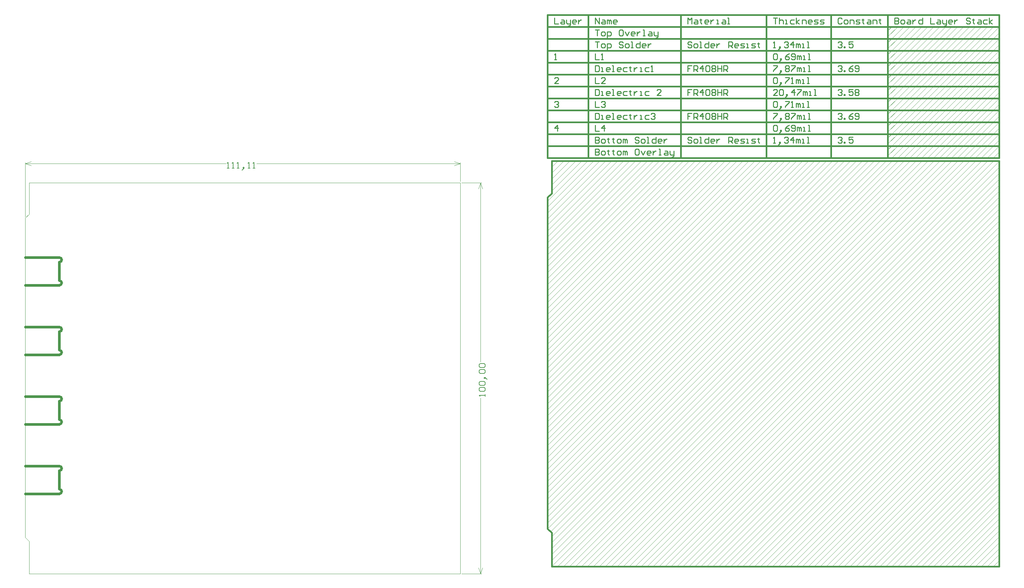
<source format=gm1>
G04*
G04 #@! TF.GenerationSoftware,Altium Limited,Altium Designer,21.1.0 (24)*
G04*
G04 Layer_Color=16711935*
%FSLAX25Y25*%
%MOIN*%
G70*
G04*
G04 #@! TF.SameCoordinates,59D5B773-27E9-4806-B489-B34453608D3F*
G04*
G04*
G04 #@! TF.FilePolarity,Positive*
G04*
G01*
G75*
%ADD12C,0.01000*%
%ADD58C,0.00600*%
%ADD77C,0.02500*%
%ADD78C,0.00100*%
%ADD79C,0.01500*%
%ADD80C,0.00394*%
D12*
X870062Y559847D02*
Y553849D01*
X873061D01*
X874061Y554849D01*
Y555849D01*
X873061Y556848D01*
X870062D01*
X873061D01*
X874061Y557848D01*
Y558848D01*
X873061Y559847D01*
X870062D01*
X877060Y553849D02*
X879059D01*
X880059Y554849D01*
Y556848D01*
X879059Y557848D01*
X877060D01*
X876060Y556848D01*
Y554849D01*
X877060Y553849D01*
X883058Y557848D02*
X885057D01*
X886057Y556848D01*
Y553849D01*
X883058D01*
X882058Y554849D01*
X883058Y555849D01*
X886057D01*
X888056Y557848D02*
Y553849D01*
Y555849D01*
X889056Y556848D01*
X890056Y557848D01*
X891055D01*
X898053Y559847D02*
Y553849D01*
X895054D01*
X894054Y554849D01*
Y556848D01*
X895054Y557848D01*
X898053D01*
X906050Y559847D02*
Y553849D01*
X910049D01*
X913048Y557848D02*
X915047D01*
X916047Y556848D01*
Y553849D01*
X913048D01*
X912049Y554849D01*
X913048Y555849D01*
X916047D01*
X918046Y557848D02*
Y554849D01*
X919046Y553849D01*
X922045D01*
Y552849D01*
X921045Y551850D01*
X920046D01*
X922045Y553849D02*
Y557848D01*
X927044Y553849D02*
X925044D01*
X924045Y554849D01*
Y556848D01*
X925044Y557848D01*
X927044D01*
X928043Y556848D01*
Y555849D01*
X924045D01*
X930043Y557848D02*
Y553849D01*
Y555849D01*
X931042Y556848D01*
X932042Y557848D01*
X933042D01*
X946037Y558848D02*
X945038Y559847D01*
X943038D01*
X942039Y558848D01*
Y557848D01*
X943038Y556848D01*
X945038D01*
X946037Y555849D01*
Y554849D01*
X945038Y553849D01*
X943038D01*
X942039Y554849D01*
X949037Y558848D02*
Y557848D01*
X948037D01*
X950036D01*
X949037D01*
Y554849D01*
X950036Y553849D01*
X954035Y557848D02*
X956034D01*
X957034Y556848D01*
Y553849D01*
X954035D01*
X953035Y554849D01*
X954035Y555849D01*
X957034D01*
X963032Y557848D02*
X960033D01*
X959033Y556848D01*
Y554849D01*
X960033Y553849D01*
X963032D01*
X965031D02*
Y559847D01*
Y555849D02*
X968030Y557848D01*
X965031Y555849D02*
X968030Y553849D01*
X813076Y534848D02*
X814076Y535847D01*
X816075D01*
X817075Y534848D01*
Y533848D01*
X816075Y532848D01*
X815075D01*
X816075D01*
X817075Y531849D01*
Y530849D01*
X816075Y529849D01*
X814076D01*
X813076Y530849D01*
X819074Y529849D02*
Y530849D01*
X820074D01*
Y529849D01*
X819074D01*
X828071Y535847D02*
X824072D01*
Y532848D01*
X826072Y533848D01*
X827071D01*
X828071Y532848D01*
Y530849D01*
X827071Y529849D01*
X825072D01*
X824072Y530849D01*
X813076Y510848D02*
X814076Y511847D01*
X816075D01*
X817075Y510848D01*
Y509848D01*
X816075Y508848D01*
X815075D01*
X816075D01*
X817075Y507849D01*
Y506849D01*
X816075Y505849D01*
X814076D01*
X813076Y506849D01*
X819074Y505849D02*
Y506849D01*
X820074D01*
Y505849D01*
X819074D01*
X828071Y511847D02*
X826072Y510848D01*
X824072Y508848D01*
Y506849D01*
X825072Y505849D01*
X827071D01*
X828071Y506849D01*
Y507849D01*
X827071Y508848D01*
X824072D01*
X830070Y506849D02*
X831070Y505849D01*
X833070D01*
X834069Y506849D01*
Y510848D01*
X833070Y511847D01*
X831070D01*
X830070Y510848D01*
Y509848D01*
X831070Y508848D01*
X834069D01*
X813076Y486848D02*
X814076Y487847D01*
X816075D01*
X817075Y486848D01*
Y485848D01*
X816075Y484848D01*
X815075D01*
X816075D01*
X817075Y483849D01*
Y482849D01*
X816075Y481849D01*
X814076D01*
X813076Y482849D01*
X819074Y481849D02*
Y482849D01*
X820074D01*
Y481849D01*
X819074D01*
X828071Y487847D02*
X824072D01*
Y484848D01*
X826072Y485848D01*
X827071D01*
X828071Y484848D01*
Y482849D01*
X827071Y481849D01*
X825072D01*
X824072Y482849D01*
X830070Y486848D02*
X831070Y487847D01*
X833070D01*
X834069Y486848D01*
Y485848D01*
X833070Y484848D01*
X834069Y483849D01*
Y482849D01*
X833070Y481849D01*
X831070D01*
X830070Y482849D01*
Y483849D01*
X831070Y484848D01*
X830070Y485848D01*
Y486848D01*
X831070Y484848D02*
X833070D01*
X813076Y462848D02*
X814076Y463847D01*
X816075D01*
X817075Y462848D01*
Y461848D01*
X816075Y460848D01*
X815075D01*
X816075D01*
X817075Y459849D01*
Y458849D01*
X816075Y457849D01*
X814076D01*
X813076Y458849D01*
X819074Y457849D02*
Y458849D01*
X820074D01*
Y457849D01*
X819074D01*
X828071Y463847D02*
X826072Y462848D01*
X824072Y460848D01*
Y458849D01*
X825072Y457849D01*
X827071D01*
X828071Y458849D01*
Y459849D01*
X827071Y460848D01*
X824072D01*
X830070Y458849D02*
X831070Y457849D01*
X833070D01*
X834069Y458849D01*
Y462848D01*
X833070Y463847D01*
X831070D01*
X830070Y462848D01*
Y461848D01*
X831070Y460848D01*
X834069D01*
X813076Y438848D02*
X814076Y439847D01*
X816075D01*
X817075Y438848D01*
Y437848D01*
X816075Y436848D01*
X815075D01*
X816075D01*
X817075Y435849D01*
Y434849D01*
X816075Y433849D01*
X814076D01*
X813076Y434849D01*
X819074Y433849D02*
Y434849D01*
X820074D01*
Y433849D01*
X819074D01*
X828071Y439847D02*
X824072D01*
Y436848D01*
X826072Y437848D01*
X827071D01*
X828071Y436848D01*
Y434849D01*
X827071Y433849D01*
X825072D01*
X824072Y434849D01*
X817075Y558848D02*
X816075Y559847D01*
X814076D01*
X813076Y558848D01*
Y554849D01*
X814076Y553849D01*
X816075D01*
X817075Y554849D01*
X820074Y553849D02*
X822073D01*
X823073Y554849D01*
Y556848D01*
X822073Y557848D01*
X820074D01*
X819074Y556848D01*
Y554849D01*
X820074Y553849D01*
X825072D02*
Y557848D01*
X828071D01*
X829071Y556848D01*
Y553849D01*
X831070D02*
X834069D01*
X835069Y554849D01*
X834069Y555849D01*
X832070D01*
X831070Y556848D01*
X832070Y557848D01*
X835069D01*
X838068Y558848D02*
Y557848D01*
X837068D01*
X839067D01*
X838068D01*
Y554849D01*
X839067Y553849D01*
X843066Y557848D02*
X845066D01*
X846065Y556848D01*
Y553849D01*
X843066D01*
X842067Y554849D01*
X843066Y555849D01*
X846065D01*
X848065Y553849D02*
Y557848D01*
X851064D01*
X852063Y556848D01*
Y553849D01*
X855062Y558848D02*
Y557848D01*
X854063D01*
X856062D01*
X855062D01*
Y554849D01*
X856062Y553849D01*
X748092Y529849D02*
X750092D01*
X749092D01*
Y535847D01*
X748092Y534848D01*
X754090Y528850D02*
X755090Y529849D01*
Y530849D01*
X754090D01*
Y529849D01*
X755090D01*
X754090Y528850D01*
X753091Y527850D01*
X759089Y534848D02*
X760089Y535847D01*
X762088D01*
X763088Y534848D01*
Y533848D01*
X762088Y532848D01*
X761088D01*
X762088D01*
X763088Y531849D01*
Y530849D01*
X762088Y529849D01*
X760089D01*
X759089Y530849D01*
X768086Y529849D02*
Y535847D01*
X765087Y532848D01*
X769086D01*
X771085Y529849D02*
Y533848D01*
X772085D01*
X773084Y532848D01*
Y529849D01*
Y532848D01*
X774084Y533848D01*
X775084Y532848D01*
Y529849D01*
X777083D02*
X779082D01*
X778083D01*
Y533848D01*
X777083D01*
X782081Y529849D02*
X784081D01*
X783081D01*
Y535847D01*
X782081D01*
X748092Y522848D02*
X749092Y523847D01*
X751091D01*
X752091Y522848D01*
Y518849D01*
X751091Y517849D01*
X749092D01*
X748092Y518849D01*
Y522848D01*
X755090Y516850D02*
X756090Y517849D01*
Y518849D01*
X755090D01*
Y517849D01*
X756090D01*
X755090Y516850D01*
X754090Y515850D01*
X764087Y523847D02*
X762088Y522848D01*
X760089Y520848D01*
Y518849D01*
X761088Y517849D01*
X763088D01*
X764087Y518849D01*
Y519849D01*
X763088Y520848D01*
X760089D01*
X766087Y518849D02*
X767086Y517849D01*
X769086D01*
X770085Y518849D01*
Y522848D01*
X769086Y523847D01*
X767086D01*
X766087Y522848D01*
Y521848D01*
X767086Y520848D01*
X770085D01*
X772085Y517849D02*
Y521848D01*
X773084D01*
X774084Y520848D01*
Y517849D01*
Y520848D01*
X775084Y521848D01*
X776083Y520848D01*
Y517849D01*
X778083D02*
X780082D01*
X779082D01*
Y521848D01*
X778083D01*
X783081Y517849D02*
X785080D01*
X784081D01*
Y523847D01*
X783081D01*
X748092Y511847D02*
X752091D01*
Y510848D01*
X748092Y506849D01*
Y505849D01*
X755090Y504849D02*
X756090Y505849D01*
Y506849D01*
X755090D01*
Y505849D01*
X756090D01*
X755090Y504849D01*
X754090Y503850D01*
X760089Y510848D02*
X761088Y511847D01*
X763088D01*
X764087Y510848D01*
Y509848D01*
X763088Y508848D01*
X764087Y507849D01*
Y506849D01*
X763088Y505849D01*
X761088D01*
X760089Y506849D01*
Y507849D01*
X761088Y508848D01*
X760089Y509848D01*
Y510848D01*
X761088Y508848D02*
X763088D01*
X766087Y511847D02*
X770085D01*
Y510848D01*
X766087Y506849D01*
Y505849D01*
X772085D02*
Y509848D01*
X773084D01*
X774084Y508848D01*
Y505849D01*
Y508848D01*
X775084Y509848D01*
X776083Y508848D01*
Y505849D01*
X778083D02*
X780082D01*
X779082D01*
Y509848D01*
X778083D01*
X783081Y505849D02*
X785080D01*
X784081D01*
Y511847D01*
X783081D01*
X748092Y498848D02*
X749092Y499847D01*
X751091D01*
X752091Y498848D01*
Y494849D01*
X751091Y493849D01*
X749092D01*
X748092Y494849D01*
Y498848D01*
X755090Y492849D02*
X756090Y493849D01*
Y494849D01*
X755090D01*
Y493849D01*
X756090D01*
X755090Y492849D01*
X754090Y491850D01*
X760089Y499847D02*
X764087D01*
Y498848D01*
X760089Y494849D01*
Y493849D01*
X766087D02*
X768086D01*
X767086D01*
Y499847D01*
X766087Y498848D01*
X771085Y493849D02*
Y497848D01*
X772085D01*
X773084Y496848D01*
Y493849D01*
Y496848D01*
X774084Y497848D01*
X775084Y496848D01*
Y493849D01*
X777083D02*
X779082D01*
X778083D01*
Y497848D01*
X777083D01*
X782081Y493849D02*
X784081D01*
X783081D01*
Y499847D01*
X782081D01*
X752091Y481849D02*
X748092D01*
X752091Y485848D01*
Y486848D01*
X751091Y487847D01*
X749092D01*
X748092Y486848D01*
X754090D02*
X755090Y487847D01*
X757090D01*
X758089Y486848D01*
Y482849D01*
X757090Y481849D01*
X755090D01*
X754090Y482849D01*
Y486848D01*
X761088Y480850D02*
X762088Y481849D01*
Y482849D01*
X761088D01*
Y481849D01*
X762088D01*
X761088Y480850D01*
X760089Y479850D01*
X769086Y481849D02*
Y487847D01*
X766087Y484848D01*
X770085D01*
X772085Y487847D02*
X776083D01*
Y486848D01*
X772085Y482849D01*
Y481849D01*
X778083D02*
Y485848D01*
X779082D01*
X780082Y484848D01*
Y481849D01*
Y484848D01*
X781082Y485848D01*
X782081Y484848D01*
Y481849D01*
X784081D02*
X786080D01*
X785080D01*
Y485848D01*
X784081D01*
X789079Y481849D02*
X791079D01*
X790079D01*
Y487847D01*
X789079D01*
X748092Y474848D02*
X749092Y475847D01*
X751091D01*
X752091Y474848D01*
Y470849D01*
X751091Y469849D01*
X749092D01*
X748092Y470849D01*
Y474848D01*
X755090Y468850D02*
X756090Y469849D01*
Y470849D01*
X755090D01*
Y469849D01*
X756090D01*
X755090Y468850D01*
X754090Y467850D01*
X760089Y475847D02*
X764087D01*
Y474848D01*
X760089Y470849D01*
Y469849D01*
X766087D02*
X768086D01*
X767086D01*
Y475847D01*
X766087Y474848D01*
X771085Y469849D02*
Y473848D01*
X772085D01*
X773084Y472848D01*
Y469849D01*
Y472848D01*
X774084Y473848D01*
X775084Y472848D01*
Y469849D01*
X777083D02*
X779082D01*
X778083D01*
Y473848D01*
X777083D01*
X782081Y469849D02*
X784081D01*
X783081D01*
Y475847D01*
X782081D01*
X748092Y463847D02*
X752091D01*
Y462848D01*
X748092Y458849D01*
Y457849D01*
X755090Y456849D02*
X756090Y457849D01*
Y458849D01*
X755090D01*
Y457849D01*
X756090D01*
X755090Y456849D01*
X754090Y455850D01*
X760089Y462848D02*
X761088Y463847D01*
X763088D01*
X764087Y462848D01*
Y461848D01*
X763088Y460848D01*
X764087Y459849D01*
Y458849D01*
X763088Y457849D01*
X761088D01*
X760089Y458849D01*
Y459849D01*
X761088Y460848D01*
X760089Y461848D01*
Y462848D01*
X761088Y460848D02*
X763088D01*
X766087Y463847D02*
X770085D01*
Y462848D01*
X766087Y458849D01*
Y457849D01*
X772085D02*
Y461848D01*
X773084D01*
X774084Y460848D01*
Y457849D01*
Y460848D01*
X775084Y461848D01*
X776083Y460848D01*
Y457849D01*
X778083D02*
X780082D01*
X779082D01*
Y461848D01*
X778083D01*
X783081Y457849D02*
X785080D01*
X784081D01*
Y463847D01*
X783081D01*
X748092Y450848D02*
X749092Y451847D01*
X751091D01*
X752091Y450848D01*
Y446849D01*
X751091Y445849D01*
X749092D01*
X748092Y446849D01*
Y450848D01*
X755090Y444849D02*
X756090Y445849D01*
Y446849D01*
X755090D01*
Y445849D01*
X756090D01*
X755090Y444849D01*
X754090Y443850D01*
X764087Y451847D02*
X762088Y450848D01*
X760089Y448848D01*
Y446849D01*
X761088Y445849D01*
X763088D01*
X764087Y446849D01*
Y447849D01*
X763088Y448848D01*
X760089D01*
X766087Y446849D02*
X767086Y445849D01*
X769086D01*
X770085Y446849D01*
Y450848D01*
X769086Y451847D01*
X767086D01*
X766087Y450848D01*
Y449848D01*
X767086Y448848D01*
X770085D01*
X772085Y445849D02*
Y449848D01*
X773084D01*
X774084Y448848D01*
Y445849D01*
Y448848D01*
X775084Y449848D01*
X776083Y448848D01*
Y445849D01*
X778083D02*
X780082D01*
X779082D01*
Y449848D01*
X778083D01*
X783081Y445849D02*
X785080D01*
X784081D01*
Y451847D01*
X783081D01*
X748092Y433849D02*
X750092D01*
X749092D01*
Y439847D01*
X748092Y438848D01*
X754090Y432850D02*
X755090Y433849D01*
Y434849D01*
X754090D01*
Y433849D01*
X755090D01*
X754090Y432850D01*
X753091Y431850D01*
X759089Y438848D02*
X760089Y439847D01*
X762088D01*
X763088Y438848D01*
Y437848D01*
X762088Y436848D01*
X761088D01*
X762088D01*
X763088Y435849D01*
Y434849D01*
X762088Y433849D01*
X760089D01*
X759089Y434849D01*
X768086Y433849D02*
Y439847D01*
X765087Y436848D01*
X769086D01*
X771085Y433849D02*
Y437848D01*
X772085D01*
X773084Y436848D01*
Y433849D01*
Y436848D01*
X774084Y437848D01*
X775084Y436848D01*
Y433849D01*
X777083D02*
X779082D01*
X778083D01*
Y437848D01*
X777083D01*
X782081Y433849D02*
X784081D01*
X783081D01*
Y439847D01*
X782081D01*
X748092Y559847D02*
X752091D01*
X750092D01*
Y553849D01*
X754090Y559847D02*
Y553849D01*
Y556848D01*
X755090Y557848D01*
X757090D01*
X758089Y556848D01*
Y553849D01*
X760089D02*
X762088D01*
X761088D01*
Y557848D01*
X760089D01*
X769086D02*
X766087D01*
X765087Y556848D01*
Y554849D01*
X766087Y553849D01*
X769086D01*
X771085D02*
Y559847D01*
Y555849D02*
X774084Y557848D01*
X771085Y555849D02*
X774084Y553849D01*
X777083D02*
Y557848D01*
X780082D01*
X781082Y556848D01*
Y553849D01*
X786080D02*
X784081D01*
X783081Y554849D01*
Y556848D01*
X784081Y557848D01*
X786080D01*
X787080Y556848D01*
Y555849D01*
X783081D01*
X789079Y553849D02*
X792078D01*
X793078Y554849D01*
X792078Y555849D01*
X790079D01*
X789079Y556848D01*
X790079Y557848D01*
X793078D01*
X795077Y553849D02*
X798076D01*
X799076Y554849D01*
X798076Y555849D01*
X796077D01*
X795077Y556848D01*
X796077Y557848D01*
X799076D01*
X666114Y534848D02*
X665115Y535847D01*
X663115D01*
X662116Y534848D01*
Y533848D01*
X663115Y532848D01*
X665115D01*
X666114Y531849D01*
Y530849D01*
X665115Y529849D01*
X663115D01*
X662116Y530849D01*
X669113Y529849D02*
X671113D01*
X672113Y530849D01*
Y532848D01*
X671113Y533848D01*
X669113D01*
X668114Y532848D01*
Y530849D01*
X669113Y529849D01*
X674112D02*
X676111D01*
X675111D01*
Y535847D01*
X674112D01*
X683109D02*
Y529849D01*
X680110D01*
X679110Y530849D01*
Y532848D01*
X680110Y533848D01*
X683109D01*
X688107Y529849D02*
X686108D01*
X685108Y530849D01*
Y532848D01*
X686108Y533848D01*
X688107D01*
X689107Y532848D01*
Y531849D01*
X685108D01*
X691106Y533848D02*
Y529849D01*
Y531849D01*
X692106Y532848D01*
X693106Y533848D01*
X694105D01*
X703102Y529849D02*
Y535847D01*
X706102D01*
X707101Y534848D01*
Y532848D01*
X706102Y531849D01*
X703102D01*
X705102D02*
X707101Y529849D01*
X712100D02*
X710100D01*
X709100Y530849D01*
Y532848D01*
X710100Y533848D01*
X712100D01*
X713099Y532848D01*
Y531849D01*
X709100D01*
X715099Y529849D02*
X718098D01*
X719097Y530849D01*
X718098Y531849D01*
X716098D01*
X715099Y532848D01*
X716098Y533848D01*
X719097D01*
X721097Y529849D02*
X723096D01*
X722096D01*
Y533848D01*
X721097D01*
X726095Y529849D02*
X729094D01*
X730094Y530849D01*
X729094Y531849D01*
X727095D01*
X726095Y532848D01*
X727095Y533848D01*
X730094D01*
X733093Y534848D02*
Y533848D01*
X732093D01*
X734092D01*
X733093D01*
Y530849D01*
X734092Y529849D01*
X666114Y511847D02*
X662116D01*
Y508848D01*
X664115D01*
X662116D01*
Y505849D01*
X668114D02*
Y511847D01*
X671113D01*
X672113Y510848D01*
Y508848D01*
X671113Y507849D01*
X668114D01*
X670113D02*
X672113Y505849D01*
X677111D02*
Y511847D01*
X674112Y508848D01*
X678111D01*
X680110Y510848D02*
X681110Y511847D01*
X683109D01*
X684109Y510848D01*
Y506849D01*
X683109Y505849D01*
X681110D01*
X680110Y506849D01*
Y510848D01*
X686108D02*
X687108Y511847D01*
X689107D01*
X690107Y510848D01*
Y509848D01*
X689107Y508848D01*
X690107Y507849D01*
Y506849D01*
X689107Y505849D01*
X687108D01*
X686108Y506849D01*
Y507849D01*
X687108Y508848D01*
X686108Y509848D01*
Y510848D01*
X687108Y508848D02*
X689107D01*
X692106Y511847D02*
Y505849D01*
Y508848D01*
X696105D01*
Y511847D01*
Y505849D01*
X698104D02*
Y511847D01*
X701103D01*
X702103Y510848D01*
Y508848D01*
X701103Y507849D01*
X698104D01*
X700103D02*
X702103Y505849D01*
X666114Y487847D02*
X662116D01*
Y484848D01*
X664115D01*
X662116D01*
Y481849D01*
X668114D02*
Y487847D01*
X671113D01*
X672113Y486848D01*
Y484848D01*
X671113Y483849D01*
X668114D01*
X670113D02*
X672113Y481849D01*
X677111D02*
Y487847D01*
X674112Y484848D01*
X678111D01*
X680110Y486848D02*
X681110Y487847D01*
X683109D01*
X684109Y486848D01*
Y482849D01*
X683109Y481849D01*
X681110D01*
X680110Y482849D01*
Y486848D01*
X686108D02*
X687108Y487847D01*
X689107D01*
X690107Y486848D01*
Y485848D01*
X689107Y484848D01*
X690107Y483849D01*
Y482849D01*
X689107Y481849D01*
X687108D01*
X686108Y482849D01*
Y483849D01*
X687108Y484848D01*
X686108Y485848D01*
Y486848D01*
X687108Y484848D02*
X689107D01*
X692106Y487847D02*
Y481849D01*
Y484848D01*
X696105D01*
Y487847D01*
Y481849D01*
X698104D02*
Y487847D01*
X701103D01*
X702103Y486848D01*
Y484848D01*
X701103Y483849D01*
X698104D01*
X700103D02*
X702103Y481849D01*
X666114Y463847D02*
X662116D01*
Y460848D01*
X664115D01*
X662116D01*
Y457849D01*
X668114D02*
Y463847D01*
X671113D01*
X672113Y462848D01*
Y460848D01*
X671113Y459849D01*
X668114D01*
X670113D02*
X672113Y457849D01*
X677111D02*
Y463847D01*
X674112Y460848D01*
X678111D01*
X680110Y462848D02*
X681110Y463847D01*
X683109D01*
X684109Y462848D01*
Y458849D01*
X683109Y457849D01*
X681110D01*
X680110Y458849D01*
Y462848D01*
X686108D02*
X687108Y463847D01*
X689107D01*
X690107Y462848D01*
Y461848D01*
X689107Y460848D01*
X690107Y459849D01*
Y458849D01*
X689107Y457849D01*
X687108D01*
X686108Y458849D01*
Y459849D01*
X687108Y460848D01*
X686108Y461848D01*
Y462848D01*
X687108Y460848D02*
X689107D01*
X692106Y463847D02*
Y457849D01*
Y460848D01*
X696105D01*
Y463847D01*
Y457849D01*
X698104D02*
Y463847D01*
X701103D01*
X702103Y462848D01*
Y460848D01*
X701103Y459849D01*
X698104D01*
X700103D02*
X702103Y457849D01*
X666114Y438848D02*
X665115Y439847D01*
X663115D01*
X662116Y438848D01*
Y437848D01*
X663115Y436848D01*
X665115D01*
X666114Y435849D01*
Y434849D01*
X665115Y433849D01*
X663115D01*
X662116Y434849D01*
X669113Y433849D02*
X671113D01*
X672113Y434849D01*
Y436848D01*
X671113Y437848D01*
X669113D01*
X668114Y436848D01*
Y434849D01*
X669113Y433849D01*
X674112D02*
X676111D01*
X675111D01*
Y439847D01*
X674112D01*
X683109D02*
Y433849D01*
X680110D01*
X679110Y434849D01*
Y436848D01*
X680110Y437848D01*
X683109D01*
X688107Y433849D02*
X686108D01*
X685108Y434849D01*
Y436848D01*
X686108Y437848D01*
X688107D01*
X689107Y436848D01*
Y435849D01*
X685108D01*
X691106Y437848D02*
Y433849D01*
Y435849D01*
X692106Y436848D01*
X693106Y437848D01*
X694105D01*
X703102Y433849D02*
Y439847D01*
X706102D01*
X707101Y438848D01*
Y436848D01*
X706102Y435849D01*
X703102D01*
X705102D02*
X707101Y433849D01*
X712100D02*
X710100D01*
X709100Y434849D01*
Y436848D01*
X710100Y437848D01*
X712100D01*
X713099Y436848D01*
Y435849D01*
X709100D01*
X715099Y433849D02*
X718098D01*
X719097Y434849D01*
X718098Y435849D01*
X716098D01*
X715099Y436848D01*
X716098Y437848D01*
X719097D01*
X721097Y433849D02*
X723096D01*
X722096D01*
Y437848D01*
X721097D01*
X726095Y433849D02*
X729094D01*
X730094Y434849D01*
X729094Y435849D01*
X727095D01*
X726095Y436848D01*
X727095Y437848D01*
X730094D01*
X733093Y438848D02*
Y437848D01*
X732093D01*
X734092D01*
X733093D01*
Y434849D01*
X734092Y433849D01*
X662116Y553849D02*
Y559847D01*
X664115Y557848D01*
X666114Y559847D01*
Y553849D01*
X669113Y557848D02*
X671113D01*
X672113Y556848D01*
Y553849D01*
X669113D01*
X668114Y554849D01*
X669113Y555849D01*
X672113D01*
X675111Y558848D02*
Y557848D01*
X674112D01*
X676111D01*
X675111D01*
Y554849D01*
X676111Y553849D01*
X682109D02*
X680110D01*
X679110Y554849D01*
Y556848D01*
X680110Y557848D01*
X682109D01*
X683109Y556848D01*
Y555849D01*
X679110D01*
X685108Y557848D02*
Y553849D01*
Y555849D01*
X686108Y556848D01*
X687108Y557848D01*
X688107D01*
X691106Y553849D02*
X693106D01*
X692106D01*
Y557848D01*
X691106D01*
X697104D02*
X699104D01*
X700103Y556848D01*
Y553849D01*
X697104D01*
X696105Y554849D01*
X697104Y555849D01*
X700103D01*
X702103Y553849D02*
X704102D01*
X703102D01*
Y559847D01*
X702103D01*
X569141Y547847D02*
X573140D01*
X571141D01*
Y541849D01*
X576139D02*
X578138D01*
X579138Y542849D01*
Y544848D01*
X578138Y545848D01*
X576139D01*
X575139Y544848D01*
Y542849D01*
X576139Y541849D01*
X581137Y539850D02*
Y545848D01*
X584136D01*
X585136Y544848D01*
Y542849D01*
X584136Y541849D01*
X581137D01*
X596133Y547847D02*
X594133D01*
X593133Y546848D01*
Y542849D01*
X594133Y541849D01*
X596133D01*
X597132Y542849D01*
Y546848D01*
X596133Y547847D01*
X599132Y545848D02*
X601131Y541849D01*
X603130Y545848D01*
X608129Y541849D02*
X606129D01*
X605130Y542849D01*
Y544848D01*
X606129Y545848D01*
X608129D01*
X609128Y544848D01*
Y543849D01*
X605130D01*
X611128Y545848D02*
Y541849D01*
Y543849D01*
X612127Y544848D01*
X613127Y545848D01*
X614127D01*
X617126Y541849D02*
X619125D01*
X618125D01*
Y547847D01*
X617126D01*
X623124Y545848D02*
X625123D01*
X626123Y544848D01*
Y541849D01*
X623124D01*
X622124Y542849D01*
X623124Y543849D01*
X626123D01*
X628122Y545848D02*
Y542849D01*
X629122Y541849D01*
X632121D01*
Y540849D01*
X631121Y539850D01*
X630122D01*
X632121Y541849D02*
Y545848D01*
X569141Y535847D02*
X573140D01*
X571141D01*
Y529849D01*
X576139D02*
X578138D01*
X579138Y530849D01*
Y532848D01*
X578138Y533848D01*
X576139D01*
X575139Y532848D01*
Y530849D01*
X576139Y529849D01*
X581137Y527850D02*
Y533848D01*
X584136D01*
X585136Y532848D01*
Y530849D01*
X584136Y529849D01*
X581137D01*
X597132Y534848D02*
X596133Y535847D01*
X594133D01*
X593133Y534848D01*
Y533848D01*
X594133Y532848D01*
X596133D01*
X597132Y531849D01*
Y530849D01*
X596133Y529849D01*
X594133D01*
X593133Y530849D01*
X600131Y529849D02*
X602131D01*
X603130Y530849D01*
Y532848D01*
X602131Y533848D01*
X600131D01*
X599132Y532848D01*
Y530849D01*
X600131Y529849D01*
X605130D02*
X607129D01*
X606129D01*
Y535847D01*
X605130D01*
X614127D02*
Y529849D01*
X611128D01*
X610128Y530849D01*
Y532848D01*
X611128Y533848D01*
X614127D01*
X619125Y529849D02*
X617126D01*
X616126Y530849D01*
Y532848D01*
X617126Y533848D01*
X619125D01*
X620125Y532848D01*
Y531849D01*
X616126D01*
X622124Y533848D02*
Y529849D01*
Y531849D01*
X623124Y532848D01*
X624123Y533848D01*
X625123D01*
X569141Y523847D02*
Y517849D01*
X573140D01*
X575139D02*
X577139D01*
X576139D01*
Y523847D01*
X575139Y522848D01*
X569141Y511847D02*
Y505849D01*
X572140D01*
X573140Y506849D01*
Y510848D01*
X572140Y511847D01*
X569141D01*
X575139Y505849D02*
X577139D01*
X576139D01*
Y509848D01*
X575139D01*
X583137Y505849D02*
X581137D01*
X580138Y506849D01*
Y508848D01*
X581137Y509848D01*
X583137D01*
X584136Y508848D01*
Y507849D01*
X580138D01*
X586136Y505849D02*
X588135D01*
X587136D01*
Y511847D01*
X586136D01*
X594133Y505849D02*
X592134D01*
X591134Y506849D01*
Y508848D01*
X592134Y509848D01*
X594133D01*
X595133Y508848D01*
Y507849D01*
X591134D01*
X601131Y509848D02*
X598132D01*
X597132Y508848D01*
Y506849D01*
X598132Y505849D01*
X601131D01*
X604130Y510848D02*
Y509848D01*
X603130D01*
X605130D01*
X604130D01*
Y506849D01*
X605130Y505849D01*
X608129Y509848D02*
Y505849D01*
Y507849D01*
X609128Y508848D01*
X610128Y509848D01*
X611128D01*
X614127Y505849D02*
X616126D01*
X615126D01*
Y509848D01*
X614127D01*
X623124D02*
X620125D01*
X619125Y508848D01*
Y506849D01*
X620125Y505849D01*
X623124D01*
X625123D02*
X627122D01*
X626123D01*
Y511847D01*
X625123Y510848D01*
X569141Y499847D02*
Y493849D01*
X573140D01*
X579138D02*
X575139D01*
X579138Y497848D01*
Y498848D01*
X578138Y499847D01*
X576139D01*
X575139Y498848D01*
X569141Y487847D02*
Y481849D01*
X572140D01*
X573140Y482849D01*
Y486848D01*
X572140Y487847D01*
X569141D01*
X575139Y481849D02*
X577139D01*
X576139D01*
Y485848D01*
X575139D01*
X583137Y481849D02*
X581137D01*
X580138Y482849D01*
Y484848D01*
X581137Y485848D01*
X583137D01*
X584136Y484848D01*
Y483849D01*
X580138D01*
X586136Y481849D02*
X588135D01*
X587136D01*
Y487847D01*
X586136D01*
X594133Y481849D02*
X592134D01*
X591134Y482849D01*
Y484848D01*
X592134Y485848D01*
X594133D01*
X595133Y484848D01*
Y483849D01*
X591134D01*
X601131Y485848D02*
X598132D01*
X597132Y484848D01*
Y482849D01*
X598132Y481849D01*
X601131D01*
X604130Y486848D02*
Y485848D01*
X603130D01*
X605130D01*
X604130D01*
Y482849D01*
X605130Y481849D01*
X608129Y485848D02*
Y481849D01*
Y483849D01*
X609128Y484848D01*
X610128Y485848D01*
X611128D01*
X614127Y481849D02*
X616126D01*
X615126D01*
Y485848D01*
X614127D01*
X623124D02*
X620125D01*
X619125Y484848D01*
Y482849D01*
X620125Y481849D01*
X623124D01*
X635120D02*
X631121D01*
X635120Y485848D01*
Y486848D01*
X634120Y487847D01*
X632121D01*
X631121Y486848D01*
X569141Y475847D02*
Y469849D01*
X573140D01*
X575139Y474848D02*
X576139Y475847D01*
X578138D01*
X579138Y474848D01*
Y473848D01*
X578138Y472848D01*
X577139D01*
X578138D01*
X579138Y471849D01*
Y470849D01*
X578138Y469849D01*
X576139D01*
X575139Y470849D01*
X569141Y463847D02*
Y457849D01*
X572140D01*
X573140Y458849D01*
Y462848D01*
X572140Y463847D01*
X569141D01*
X575139Y457849D02*
X577139D01*
X576139D01*
Y461848D01*
X575139D01*
X583137Y457849D02*
X581137D01*
X580138Y458849D01*
Y460848D01*
X581137Y461848D01*
X583137D01*
X584136Y460848D01*
Y459849D01*
X580138D01*
X586136Y457849D02*
X588135D01*
X587136D01*
Y463847D01*
X586136D01*
X594133Y457849D02*
X592134D01*
X591134Y458849D01*
Y460848D01*
X592134Y461848D01*
X594133D01*
X595133Y460848D01*
Y459849D01*
X591134D01*
X601131Y461848D02*
X598132D01*
X597132Y460848D01*
Y458849D01*
X598132Y457849D01*
X601131D01*
X604130Y462848D02*
Y461848D01*
X603130D01*
X605130D01*
X604130D01*
Y458849D01*
X605130Y457849D01*
X608129Y461848D02*
Y457849D01*
Y459849D01*
X609128Y460848D01*
X610128Y461848D01*
X611128D01*
X614127Y457849D02*
X616126D01*
X615126D01*
Y461848D01*
X614127D01*
X623124D02*
X620125D01*
X619125Y460848D01*
Y458849D01*
X620125Y457849D01*
X623124D01*
X625123Y462848D02*
X626123Y463847D01*
X628122D01*
X629122Y462848D01*
Y461848D01*
X628122Y460848D01*
X627122D01*
X628122D01*
X629122Y459849D01*
Y458849D01*
X628122Y457849D01*
X626123D01*
X625123Y458849D01*
X569141Y451847D02*
Y445849D01*
X573140D01*
X578138D02*
Y451847D01*
X575139Y448848D01*
X579138D01*
X569141Y439847D02*
Y433849D01*
X572140D01*
X573140Y434849D01*
Y435849D01*
X572140Y436848D01*
X569141D01*
X572140D01*
X573140Y437848D01*
Y438848D01*
X572140Y439847D01*
X569141D01*
X576139Y433849D02*
X578138D01*
X579138Y434849D01*
Y436848D01*
X578138Y437848D01*
X576139D01*
X575139Y436848D01*
Y434849D01*
X576139Y433849D01*
X582137Y438848D02*
Y437848D01*
X581137D01*
X583137D01*
X582137D01*
Y434849D01*
X583137Y433849D01*
X587136Y438848D02*
Y437848D01*
X586136D01*
X588135D01*
X587136D01*
Y434849D01*
X588135Y433849D01*
X592134D02*
X594133D01*
X595133Y434849D01*
Y436848D01*
X594133Y437848D01*
X592134D01*
X591134Y436848D01*
Y434849D01*
X592134Y433849D01*
X597132D02*
Y437848D01*
X598132D01*
X599132Y436848D01*
Y433849D01*
Y436848D01*
X600131Y437848D01*
X601131Y436848D01*
Y433849D01*
X613127Y438848D02*
X612127Y439847D01*
X610128D01*
X609128Y438848D01*
Y437848D01*
X610128Y436848D01*
X612127D01*
X613127Y435849D01*
Y434849D01*
X612127Y433849D01*
X610128D01*
X609128Y434849D01*
X616126Y433849D02*
X618125D01*
X619125Y434849D01*
Y436848D01*
X618125Y437848D01*
X616126D01*
X615126Y436848D01*
Y434849D01*
X616126Y433849D01*
X621124D02*
X623124D01*
X622124D01*
Y439847D01*
X621124D01*
X630122D02*
Y433849D01*
X627122D01*
X626123Y434849D01*
Y436848D01*
X627122Y437848D01*
X630122D01*
X635120Y433849D02*
X633121D01*
X632121Y434849D01*
Y436848D01*
X633121Y437848D01*
X635120D01*
X636120Y436848D01*
Y435849D01*
X632121D01*
X638119Y437848D02*
Y433849D01*
Y435849D01*
X639119Y436848D01*
X640118Y437848D01*
X641118D01*
X569141Y427847D02*
Y421849D01*
X572140D01*
X573140Y422849D01*
Y423849D01*
X572140Y424848D01*
X569141D01*
X572140D01*
X573140Y425848D01*
Y426848D01*
X572140Y427847D01*
X569141D01*
X576139Y421849D02*
X578138D01*
X579138Y422849D01*
Y424848D01*
X578138Y425848D01*
X576139D01*
X575139Y424848D01*
Y422849D01*
X576139Y421849D01*
X582137Y426848D02*
Y425848D01*
X581137D01*
X583137D01*
X582137D01*
Y422849D01*
X583137Y421849D01*
X587136Y426848D02*
Y425848D01*
X586136D01*
X588135D01*
X587136D01*
Y422849D01*
X588135Y421849D01*
X592134D02*
X594133D01*
X595133Y422849D01*
Y424848D01*
X594133Y425848D01*
X592134D01*
X591134Y424848D01*
Y422849D01*
X592134Y421849D01*
X597132D02*
Y425848D01*
X598132D01*
X599132Y424848D01*
Y421849D01*
Y424848D01*
X600131Y425848D01*
X601131Y424848D01*
Y421849D01*
X612127Y427847D02*
X610128D01*
X609128Y426848D01*
Y422849D01*
X610128Y421849D01*
X612127D01*
X613127Y422849D01*
Y426848D01*
X612127Y427847D01*
X615126Y425848D02*
X617126Y421849D01*
X619125Y425848D01*
X624123Y421849D02*
X622124D01*
X621124Y422849D01*
Y424848D01*
X622124Y425848D01*
X624123D01*
X625123Y424848D01*
Y423849D01*
X621124D01*
X627122Y425848D02*
Y421849D01*
Y423849D01*
X628122Y424848D01*
X629122Y425848D01*
X630122D01*
X633121Y421849D02*
X635120D01*
X634120D01*
Y427847D01*
X633121D01*
X639119Y425848D02*
X641118D01*
X642118Y424848D01*
Y421849D01*
X639119D01*
X638119Y422849D01*
X639119Y423849D01*
X642118D01*
X644117Y425848D02*
Y422849D01*
X645117Y421849D01*
X648116D01*
Y420850D01*
X647116Y419850D01*
X646116D01*
X648116Y421849D02*
Y425848D01*
X569141Y553849D02*
Y559847D01*
X573140Y553849D01*
Y559847D01*
X576139Y557848D02*
X578138D01*
X579138Y556848D01*
Y553849D01*
X576139D01*
X575139Y554849D01*
X576139Y555849D01*
X579138D01*
X581137Y553849D02*
Y557848D01*
X582137D01*
X583137Y556848D01*
Y553849D01*
Y556848D01*
X584136Y557848D01*
X585136Y556848D01*
Y553849D01*
X590134D02*
X588135D01*
X587136Y554849D01*
Y556848D01*
X588135Y557848D01*
X590134D01*
X591134Y556848D01*
Y555849D01*
X587136D01*
X528150Y517849D02*
X530149D01*
X529150D01*
Y523847D01*
X528150Y522848D01*
X532149Y493849D02*
X528150D01*
X532149Y497848D01*
Y498848D01*
X531149Y499847D01*
X529150D01*
X528150Y498848D01*
Y474848D02*
X529150Y475847D01*
X531149D01*
X532149Y474848D01*
Y473848D01*
X531149Y472848D01*
X530149D01*
X531149D01*
X532149Y471849D01*
Y470849D01*
X531149Y469849D01*
X529150D01*
X528150Y470849D01*
X531149Y445849D02*
Y451847D01*
X528150Y448848D01*
X532149D01*
X528150Y559847D02*
Y553849D01*
X532149D01*
X535148Y557848D02*
X537147D01*
X538147Y556848D01*
Y553849D01*
X535148D01*
X534148Y554849D01*
X535148Y555849D01*
X538147D01*
X540146Y557848D02*
Y554849D01*
X541146Y553849D01*
X544145D01*
Y552849D01*
X543145Y551850D01*
X542145D01*
X544145Y553849D02*
Y557848D01*
X549143Y553849D02*
X547144D01*
X546144Y554849D01*
Y556848D01*
X547144Y557848D01*
X549143D01*
X550143Y556848D01*
Y555849D01*
X546144D01*
X552142Y557848D02*
Y553849D01*
Y555849D01*
X553142Y556848D01*
X554142Y557848D01*
X555141D01*
D58*
X458399Y178755D02*
Y180755D01*
Y179755D01*
X452401D01*
X453400Y178755D01*
Y183754D02*
X452401Y184753D01*
Y186753D01*
X453400Y187752D01*
X457399D01*
X458399Y186753D01*
Y184753D01*
X457399Y183754D01*
X453400D01*
Y189752D02*
X452401Y190751D01*
Y192751D01*
X453400Y193751D01*
X457399D01*
X458399Y192751D01*
Y190751D01*
X457399Y189752D01*
X453400D01*
X459398Y196749D02*
X458399Y197749D01*
X457399D01*
Y196749D01*
X458399D01*
Y197749D01*
X459398Y196749D01*
X460398Y195750D01*
X453400Y201748D02*
X452401Y202748D01*
Y204747D01*
X453400Y205747D01*
X457399D01*
X458399Y204747D01*
Y202748D01*
X457399Y201748D01*
X453400D01*
Y207746D02*
X452401Y208746D01*
Y210745D01*
X453400Y211745D01*
X457399D01*
X458399Y210745D01*
Y208746D01*
X457399Y207746D01*
X453400D01*
X199186Y408401D02*
X201185D01*
X200186D01*
Y414399D01*
X199186Y413400D01*
X204184Y408401D02*
X206184D01*
X205184D01*
Y414399D01*
X204184Y413400D01*
X209183Y408401D02*
X211182D01*
X210182D01*
Y414399D01*
X209183Y413400D01*
X215181Y407402D02*
X216180Y408401D01*
Y409401D01*
X215181D01*
Y408401D01*
X216180D01*
X215181Y407402D01*
X214181Y406402D01*
X220179Y408401D02*
X222179D01*
X221179D01*
Y414399D01*
X220179Y413400D01*
X225178Y408401D02*
X227177D01*
X226177D01*
Y414399D01*
X225178Y413400D01*
D77*
X30358Y290518D02*
G03*
X30358Y295242I0J2362D01*
G01*
Y313746D02*
G03*
X30358Y318471I0J2362D01*
G01*
Y103746D02*
G03*
X30358Y108470I0J2362D01*
G01*
Y80518D02*
G03*
X30358Y85242I0J2362D01*
G01*
Y243746D02*
G03*
X30358Y248470I0J2362D01*
G01*
Y220518D02*
G03*
X30358Y225242I0J2362D01*
G01*
Y173746D02*
G03*
X30358Y178471I0J2362D01*
G01*
Y150518D02*
G03*
X30358Y155242I0J2362D01*
G01*
X-3500Y318471D02*
X30358D01*
X-3500Y290518D02*
X30358D01*
Y295242D02*
Y313746D01*
Y85242D02*
Y103746D01*
X-3500Y80518D02*
X30358D01*
X-3500Y108470D02*
X30358D01*
Y225242D02*
Y243746D01*
X-3500Y220518D02*
X30358D01*
X-3500Y248470D02*
X30358D01*
Y155242D02*
Y173746D01*
X-3500Y150518D02*
X30358D01*
X-3500Y178471D02*
X30358D01*
D78*
X525235Y415555D02*
X525584Y415903D01*
X525235Y409555D02*
X531584Y415903D01*
X525235Y403555D02*
X537584Y415903D01*
X525235Y397555D02*
X543584Y415903D01*
X525235Y391555D02*
X549584Y415903D01*
X525235Y385555D02*
X555584Y415903D01*
X521150Y375470D02*
X561584Y415903D01*
X521150Y369470D02*
X567584Y415903D01*
X521150Y363470D02*
X573584Y415903D01*
X521150Y357470D02*
X579584Y415903D01*
X521150Y351470D02*
X585584Y415903D01*
X521150Y345470D02*
X591584Y415903D01*
X521150Y339470D02*
X597584Y415903D01*
X521150Y333470D02*
X603584Y415903D01*
X521150Y327470D02*
X609584Y415903D01*
X521150Y321470D02*
X615584Y415903D01*
X521150Y315470D02*
X621584Y415903D01*
X521150Y309470D02*
X627584Y415903D01*
X521150Y303470D02*
X633584Y415903D01*
X521150Y297470D02*
X639584Y415903D01*
X521150Y291470D02*
X645584Y415903D01*
X521150Y285470D02*
X651584Y415903D01*
X521150Y279470D02*
X657584Y415903D01*
X521150Y273470D02*
X663584Y415903D01*
X521150Y267470D02*
X669584Y415903D01*
X521150Y261470D02*
X675584Y415903D01*
X521150Y255470D02*
X681584Y415903D01*
X521150Y249470D02*
X687584Y415903D01*
X521150Y243470D02*
X693584Y415903D01*
X521150Y237470D02*
X699584Y415903D01*
X521150Y231470D02*
X705584Y415903D01*
X521150Y225470D02*
X711584Y415903D01*
X521150Y219470D02*
X717584Y415903D01*
X521150Y213470D02*
X723584Y415903D01*
X521150Y207470D02*
X729584Y415903D01*
X521150Y201470D02*
X735584Y415903D01*
X521150Y195470D02*
X741584Y415903D01*
X521150Y189470D02*
X747584Y415903D01*
X521150Y183470D02*
X753584Y415903D01*
X521150Y177470D02*
X759584Y415903D01*
X521150Y171470D02*
X765584Y415903D01*
X521150Y165470D02*
X771584Y415903D01*
X521150Y159470D02*
X777584Y415903D01*
X521150Y153470D02*
X783584Y415903D01*
X521150Y147470D02*
X789584Y415903D01*
X521150Y141470D02*
X795584Y415903D01*
X521150Y135470D02*
X801584Y415903D01*
X521150Y129470D02*
X807584Y415903D01*
X521150Y123470D02*
X813584Y415903D01*
X521150Y117470D02*
X819584Y415903D01*
X521150Y111470D02*
X825584Y415903D01*
X521150Y105470D02*
X831584Y415903D01*
X521150Y99470D02*
X837584Y415903D01*
X521150Y93470D02*
X843584Y415903D01*
X521150Y87470D02*
X849584Y415903D01*
X521150Y81470D02*
X855584Y415903D01*
X521150Y75470D02*
X861584Y415903D01*
X521150Y69470D02*
X867584Y415903D01*
X521150Y63470D02*
X873584Y415903D01*
X521150Y57470D02*
X879584Y415903D01*
X521150Y51470D02*
X885584Y415903D01*
X521150Y45470D02*
X891584Y415903D01*
X524087Y42407D02*
X897584Y415903D01*
X525235Y37555D02*
X903584Y415903D01*
X525235Y31555D02*
X909584Y415903D01*
X525235Y25555D02*
X915584Y415903D01*
X525235Y19555D02*
X921584Y415903D01*
X525235Y13555D02*
X927584Y415903D01*
X525235Y7555D02*
X933584Y415903D01*
X530976Y7296D02*
X939584Y415903D01*
X536976Y7296D02*
X945584Y415903D01*
X542976Y7296D02*
X951584Y415903D01*
X548976Y7296D02*
X957584Y415903D01*
X554976Y7296D02*
X963584Y415903D01*
X560976Y7296D02*
X969584Y415903D01*
X566976Y7296D02*
X975030Y415350D01*
X572976Y7296D02*
X975030Y409350D01*
X578976Y7296D02*
X975030Y403350D01*
X584976Y7296D02*
X975030Y397350D01*
X590976Y7296D02*
X975030Y391350D01*
X596976Y7296D02*
X975030Y385350D01*
X602976Y7296D02*
X975030Y379350D01*
X608976Y7296D02*
X975030Y373350D01*
X614976Y7296D02*
X975030Y367350D01*
X620976Y7296D02*
X975030Y361350D01*
X626976Y7296D02*
X975030Y355350D01*
X632976Y7296D02*
X975030Y349350D01*
X638976Y7296D02*
X975030Y343350D01*
X644976Y7296D02*
X975030Y337350D01*
X650976Y7296D02*
X975030Y331350D01*
X656976Y7296D02*
X975030Y325350D01*
X662976Y7296D02*
X975030Y319350D01*
X668976Y7296D02*
X975030Y313350D01*
X674976Y7296D02*
X975030Y307350D01*
X680976Y7296D02*
X975030Y301350D01*
X686976Y7296D02*
X975030Y295350D01*
X692976Y7296D02*
X975030Y289350D01*
X698976Y7296D02*
X975030Y283350D01*
X704976Y7296D02*
X975030Y277350D01*
X710976Y7296D02*
X975030Y271350D01*
X716976Y7296D02*
X975030Y265350D01*
X722976Y7296D02*
X975030Y259350D01*
X728976Y7296D02*
X975030Y253350D01*
X734976Y7296D02*
X975030Y247350D01*
X740976Y7296D02*
X975030Y241350D01*
X746976Y7296D02*
X975030Y235350D01*
X752976Y7296D02*
X975030Y229350D01*
X758976Y7296D02*
X975030Y223350D01*
X764976Y7296D02*
X975030Y217350D01*
X770976Y7296D02*
X975030Y211350D01*
X776976Y7296D02*
X975030Y205350D01*
X782976Y7296D02*
X975030Y199350D01*
X788976Y7296D02*
X975030Y193350D01*
X794976Y7296D02*
X975030Y187350D01*
X800976Y7296D02*
X975030Y181350D01*
X806976Y7296D02*
X975030Y175350D01*
X812976Y7296D02*
X975030Y169350D01*
X818976Y7296D02*
X975030Y163350D01*
X824976Y7296D02*
X975030Y157350D01*
X830976Y7296D02*
X975030Y151350D01*
X836976Y7296D02*
X975030Y145350D01*
X842976Y7296D02*
X975030Y139350D01*
X848976Y7296D02*
X975030Y133350D01*
X854976Y7296D02*
X975030Y127350D01*
X860976Y7296D02*
X975030Y121350D01*
X866976Y7296D02*
X975030Y115350D01*
X872976Y7296D02*
X975030Y109350D01*
X878976Y7296D02*
X975030Y103350D01*
X884976Y7296D02*
X975030Y97350D01*
X890976Y7296D02*
X975030Y91350D01*
X896976Y7296D02*
X975030Y85350D01*
X902976Y7296D02*
X975030Y79350D01*
X908976Y7296D02*
X975030Y73350D01*
X914976Y7296D02*
X975030Y67350D01*
X920976Y7296D02*
X975030Y61350D01*
X926976Y7296D02*
X975030Y55350D01*
X932976Y7296D02*
X975030Y49350D01*
X938976Y7296D02*
X975030Y43350D01*
X944976Y7296D02*
X975030Y37350D01*
X950976Y7296D02*
X975030Y31350D01*
X956976Y7296D02*
X975030Y25350D01*
X962976Y7296D02*
X975030Y19350D01*
X968976Y7296D02*
X975030Y13350D01*
X863062Y546881D02*
X867030Y550849D01*
X863062Y540881D02*
X873030Y550849D01*
X867030Y538849D02*
X879030Y550849D01*
X873030Y538849D02*
X885030Y550849D01*
X879030Y538849D02*
X891030Y550849D01*
X885030Y538849D02*
X897030Y550849D01*
X891030Y538849D02*
X903030Y550849D01*
X897030Y538849D02*
X909030Y550849D01*
X903030Y538849D02*
X915030Y550849D01*
X909030Y538849D02*
X921030Y550849D01*
X915030Y538849D02*
X927030Y550849D01*
X921030Y538849D02*
X933030Y550849D01*
X927030Y538849D02*
X939030Y550849D01*
X933030Y538849D02*
X945030Y550849D01*
X939030Y538849D02*
X951030Y550849D01*
X945030Y538849D02*
X957030Y550849D01*
X951030Y538849D02*
X963030Y550849D01*
X957030Y538849D02*
X969030Y550849D01*
X963030Y538849D02*
X975030Y550849D01*
X969030Y538849D02*
X975030Y544849D01*
X863062Y534881D02*
X867030Y538849D01*
X863062Y528881D02*
X873030Y538849D01*
X867030Y526849D02*
X879030Y538849D01*
X873030Y526849D02*
X885030Y538849D01*
X879030Y526849D02*
X891030Y538849D01*
X885030Y526849D02*
X897030Y538849D01*
X891030Y526849D02*
X903030Y538849D01*
X897030Y526849D02*
X909030Y538849D01*
X903030Y526849D02*
X915030Y538849D01*
X909030Y526849D02*
X921030Y538849D01*
X915030Y526849D02*
X927030Y538849D01*
X921030Y526849D02*
X933030Y538849D01*
X927030Y526849D02*
X939030Y538849D01*
X933030Y526849D02*
X945030Y538849D01*
X939030Y526849D02*
X951030Y538849D01*
X945030Y526849D02*
X957030Y538849D01*
X951030Y526849D02*
X963030Y538849D01*
X957030Y526849D02*
X969030Y538849D01*
X963030Y526849D02*
X975030Y538849D01*
X969030Y526849D02*
X975030Y532849D01*
X863062Y522881D02*
X867030Y526849D01*
X863062Y516881D02*
X873030Y526849D01*
X867030Y514849D02*
X879030Y526849D01*
X873030Y514849D02*
X885030Y526849D01*
X879030Y514849D02*
X891030Y526849D01*
X885030Y514849D02*
X897030Y526849D01*
X891030Y514849D02*
X903030Y526849D01*
X897030Y514849D02*
X909030Y526849D01*
X903030Y514849D02*
X915030Y526849D01*
X909030Y514849D02*
X921030Y526849D01*
X915030Y514849D02*
X927030Y526849D01*
X921030Y514849D02*
X933030Y526849D01*
X927030Y514849D02*
X939030Y526849D01*
X933030Y514849D02*
X945030Y526849D01*
X939030Y514849D02*
X951030Y526849D01*
X945030Y514849D02*
X957030Y526849D01*
X951030Y514849D02*
X963030Y526849D01*
X957030Y514849D02*
X969030Y526849D01*
X963030Y514849D02*
X975030Y526849D01*
X969030Y514849D02*
X975030Y520849D01*
X863062Y510881D02*
X867030Y514849D01*
X863062Y504881D02*
X873030Y514849D01*
X867030Y502849D02*
X879030Y514849D01*
X873030Y502849D02*
X885030Y514849D01*
X879030Y502849D02*
X891030Y514849D01*
X885030Y502849D02*
X897030Y514849D01*
X891030Y502849D02*
X903030Y514849D01*
X897030Y502849D02*
X909030Y514849D01*
X903030Y502849D02*
X915030Y514849D01*
X909030Y502849D02*
X921030Y514849D01*
X915030Y502849D02*
X927030Y514849D01*
X921030Y502849D02*
X933030Y514849D01*
X927030Y502849D02*
X939030Y514849D01*
X933030Y502849D02*
X945030Y514849D01*
X939030Y502849D02*
X951030Y514849D01*
X945030Y502849D02*
X957030Y514849D01*
X951030Y502849D02*
X963030Y514849D01*
X957030Y502849D02*
X969030Y514849D01*
X963030Y502849D02*
X975030Y514849D01*
X969030Y502849D02*
X975030Y508849D01*
X863062Y498881D02*
X867030Y502849D01*
X863062Y492881D02*
X873030Y502849D01*
X867030Y490849D02*
X879030Y502849D01*
X873030Y490849D02*
X885030Y502849D01*
X879030Y490849D02*
X891030Y502849D01*
X885030Y490849D02*
X897030Y502849D01*
X891030Y490849D02*
X903030Y502849D01*
X897030Y490849D02*
X909030Y502849D01*
X903030Y490849D02*
X915030Y502849D01*
X909030Y490849D02*
X921030Y502849D01*
X915030Y490849D02*
X927030Y502849D01*
X921030Y490849D02*
X933030Y502849D01*
X927030Y490849D02*
X939030Y502849D01*
X933030Y490849D02*
X945030Y502849D01*
X939030Y490849D02*
X951030Y502849D01*
X945030Y490849D02*
X957030Y502849D01*
X951030Y490849D02*
X963030Y502849D01*
X957030Y490849D02*
X969030Y502849D01*
X963030Y490849D02*
X975030Y502849D01*
X969030Y490849D02*
X975030Y496849D01*
X863062Y486881D02*
X867030Y490849D01*
X863062Y480881D02*
X873030Y490849D01*
X867030Y478849D02*
X879030Y490849D01*
X873030Y478849D02*
X885030Y490849D01*
X879030Y478849D02*
X891030Y490849D01*
X885030Y478849D02*
X897030Y490849D01*
X891030Y478849D02*
X903030Y490849D01*
X897030Y478849D02*
X909030Y490849D01*
X903030Y478849D02*
X915030Y490849D01*
X909030Y478849D02*
X921030Y490849D01*
X915030Y478849D02*
X927030Y490849D01*
X921030Y478849D02*
X933030Y490849D01*
X927030Y478849D02*
X939030Y490849D01*
X933030Y478849D02*
X945030Y490849D01*
X939030Y478849D02*
X951030Y490849D01*
X945030Y478849D02*
X957030Y490849D01*
X951030Y478849D02*
X963030Y490849D01*
X957030Y478849D02*
X969030Y490849D01*
X963030Y478849D02*
X975030Y490849D01*
X969030Y478849D02*
X975030Y484849D01*
X863062Y474881D02*
X867030Y478849D01*
X863062Y468881D02*
X873030Y478849D01*
X867030Y466849D02*
X879030Y478849D01*
X873030Y466849D02*
X885030Y478849D01*
X879030Y466849D02*
X891030Y478849D01*
X885030Y466849D02*
X897030Y478849D01*
X891030Y466849D02*
X903030Y478849D01*
X897030Y466849D02*
X909030Y478849D01*
X903030Y466849D02*
X915030Y478849D01*
X909030Y466849D02*
X921030Y478849D01*
X915030Y466849D02*
X927030Y478849D01*
X921030Y466849D02*
X933030Y478849D01*
X927030Y466849D02*
X939030Y478849D01*
X933030Y466849D02*
X945030Y478849D01*
X939030Y466849D02*
X951030Y478849D01*
X945030Y466849D02*
X957030Y478849D01*
X951030Y466849D02*
X963030Y478849D01*
X957030Y466849D02*
X969030Y478849D01*
X963030Y466849D02*
X975030Y478849D01*
X969030Y466849D02*
X975030Y472849D01*
X863062Y462881D02*
X867030Y466849D01*
X863062Y456881D02*
X873030Y466849D01*
X867030Y454849D02*
X879030Y466849D01*
X873030Y454849D02*
X885030Y466849D01*
X879030Y454849D02*
X891030Y466849D01*
X885030Y454849D02*
X897030Y466849D01*
X891030Y454849D02*
X903030Y466849D01*
X897030Y454849D02*
X909030Y466849D01*
X903030Y454849D02*
X915030Y466849D01*
X909030Y454849D02*
X921030Y466849D01*
X915030Y454849D02*
X927030Y466849D01*
X921030Y454849D02*
X933030Y466849D01*
X927030Y454849D02*
X939030Y466849D01*
X933030Y454849D02*
X945030Y466849D01*
X939030Y454849D02*
X951030Y466849D01*
X945030Y454849D02*
X957030Y466849D01*
X951030Y454849D02*
X963030Y466849D01*
X957030Y454849D02*
X969030Y466849D01*
X963030Y454849D02*
X975030Y466849D01*
X969030Y454849D02*
X975030Y460849D01*
X863062Y450881D02*
X867030Y454849D01*
X863062Y444881D02*
X873030Y454849D01*
X867030Y442849D02*
X879030Y454849D01*
X873030Y442849D02*
X885030Y454849D01*
X879030Y442849D02*
X891030Y454849D01*
X885030Y442849D02*
X897030Y454849D01*
X891030Y442849D02*
X903030Y454849D01*
X897030Y442849D02*
X909030Y454849D01*
X903030Y442849D02*
X915030Y454849D01*
X909030Y442849D02*
X921030Y454849D01*
X915030Y442849D02*
X927030Y454849D01*
X921030Y442849D02*
X933030Y454849D01*
X927030Y442849D02*
X939030Y454849D01*
X933030Y442849D02*
X945030Y454849D01*
X939030Y442849D02*
X951030Y454849D01*
X945030Y442849D02*
X957030Y454849D01*
X951030Y442849D02*
X963030Y454849D01*
X957030Y442849D02*
X969030Y454849D01*
X963030Y442849D02*
X975030Y454849D01*
X969030Y442849D02*
X975030Y448849D01*
X863062Y438881D02*
X867030Y442849D01*
X863062Y432881D02*
X873030Y442849D01*
X867030Y430849D02*
X879030Y442849D01*
X873030Y430849D02*
X885030Y442849D01*
X879030Y430849D02*
X891030Y442849D01*
X885030Y430849D02*
X897030Y442849D01*
X891030Y430849D02*
X903030Y442849D01*
X897030Y430849D02*
X909030Y442849D01*
X903030Y430849D02*
X915030Y442849D01*
X909030Y430849D02*
X921030Y442849D01*
X915030Y430849D02*
X927030Y442849D01*
X921030Y430849D02*
X933030Y442849D01*
X927030Y430849D02*
X939030Y442849D01*
X933030Y430849D02*
X945030Y442849D01*
X939030Y430849D02*
X951030Y442849D01*
X945030Y430849D02*
X957030Y442849D01*
X951030Y430849D02*
X963030Y442849D01*
X957030Y430849D02*
X969030Y442849D01*
X963030Y430849D02*
X975030Y442849D01*
X969030Y430849D02*
X975030Y436849D01*
X863062Y426881D02*
X867030Y430849D01*
X863062Y420881D02*
X873030Y430849D01*
X867030Y418849D02*
X879030Y430849D01*
X873030Y418849D02*
X885030Y430849D01*
X879030Y418849D02*
X891030Y430849D01*
X885030Y418849D02*
X897030Y430849D01*
X891030Y418849D02*
X903030Y430849D01*
X897030Y418849D02*
X909030Y430849D01*
X903030Y418849D02*
X915030Y430849D01*
X909030Y418849D02*
X921030Y430849D01*
X915030Y418849D02*
X927030Y430849D01*
X921030Y418849D02*
X933030Y430849D01*
X927030Y418849D02*
X939030Y430849D01*
X933030Y418849D02*
X945030Y430849D01*
X939030Y418849D02*
X951030Y430849D01*
X945030Y418849D02*
X957030Y430849D01*
X951030Y418849D02*
X963030Y430849D01*
X957030Y418849D02*
X969030Y430849D01*
X963030Y418849D02*
X975030Y430849D01*
X969030Y418849D02*
X975030Y424849D01*
D79*
X521150Y45421D02*
X525235Y41336D01*
Y7350D02*
Y41336D01*
Y7350D02*
X975030D01*
X975030Y415849D02*
X975030Y7350D01*
X525235Y415849D02*
X975030D01*
X525235Y383170D02*
Y415849D01*
X521150Y379085D02*
X525235Y383170D01*
X521150Y45421D02*
Y379085D01*
X975030Y418849D02*
Y562849D01*
X863062Y538849D02*
X975030D01*
X863062Y526849D02*
X975030D01*
X863062Y514849D02*
X975030D01*
X863062Y502849D02*
X975030D01*
X863062Y490849D02*
X975030D01*
X863062Y478849D02*
X975030D01*
X863062Y466849D02*
X975030D01*
X863062Y454849D02*
X975030D01*
X863062Y442849D02*
X975030D01*
X863062Y430849D02*
X975030D01*
X863062Y418849D02*
X975030D01*
X863062D02*
Y562849D01*
X806076Y538849D02*
X863062D01*
X806076Y526849D02*
X863062D01*
X806076Y514849D02*
X863062D01*
X806076Y502849D02*
X863062D01*
X806076Y490849D02*
X863062D01*
X806076Y478849D02*
X863062D01*
X806076Y466849D02*
X863062D01*
X806076Y454849D02*
X863062D01*
X806076Y442849D02*
X863062D01*
X806076Y430849D02*
X863062D01*
X806076Y418849D02*
X863062D01*
X806076D02*
Y562849D01*
X741092Y538849D02*
X806076D01*
X741092Y526849D02*
X806076D01*
X741092Y514849D02*
X806076D01*
X741092Y502849D02*
X806076D01*
X741092Y490849D02*
X806076D01*
X741092Y478849D02*
X806076D01*
X741092Y466849D02*
X806076D01*
X741092Y454849D02*
X806076D01*
X741092Y442849D02*
X806076D01*
X741092Y430849D02*
X806076D01*
X741092Y418849D02*
X806076D01*
X741092D02*
Y562849D01*
X655116Y538849D02*
X741092D01*
X655116Y526849D02*
X741092D01*
X655116Y514849D02*
X741092D01*
X655116Y502849D02*
X741092D01*
X655116Y490849D02*
X741092D01*
X655116Y478849D02*
X741092D01*
X655116Y466849D02*
X741092D01*
X655116Y454849D02*
X741092D01*
X655116Y442849D02*
X741092D01*
X655116Y430849D02*
X741092D01*
X655116Y418849D02*
X741092D01*
X655116D02*
Y562849D01*
X562141Y538849D02*
X655116D01*
X562141Y526849D02*
X655116D01*
X562141Y514849D02*
X655116D01*
X562141Y502849D02*
X655116D01*
X562141Y490849D02*
X655116D01*
X562141Y478849D02*
X655116D01*
X562141Y466849D02*
X655116D01*
X562141Y454849D02*
X655116D01*
X562141Y442849D02*
X655116D01*
X562141Y430849D02*
X655116D01*
X562141Y418849D02*
X655116D01*
X562141D02*
Y562849D01*
X521150Y538849D02*
X562141D01*
X521150Y526849D02*
X562141D01*
X521150Y514849D02*
X562141D01*
X521150Y502849D02*
X562141D01*
X521150Y490849D02*
X562141D01*
X521150Y478849D02*
X562141D01*
X521150Y466849D02*
X562141D01*
X521150Y454849D02*
X562141D01*
X521150Y442849D02*
X562141D01*
X521150Y430849D02*
X562141D01*
X521150Y418849D02*
X562141D01*
X521150D02*
Y562849D01*
X975030D01*
X521150Y550849D02*
X975030D01*
D80*
X433500Y393700D02*
X433500Y0D01*
X0D02*
X433500D01*
X0Y393700D02*
X433500D01*
X0Y362205D02*
Y393700D01*
Y0D02*
Y32755D01*
X-3937Y36692D02*
X0Y32755D01*
X-3937Y36692D02*
Y330807D01*
Y358268D02*
X0Y362205D01*
X-3937Y330807D02*
Y358268D01*
X453800Y393700D02*
X455800Y387700D01*
X451800D02*
X453800Y393700D01*
X451800Y6000D02*
X453800Y0D01*
X455800Y6000D01*
X453800Y213345D02*
Y393700D01*
Y0D02*
Y177155D01*
X434697Y393700D02*
X454800D01*
X434697Y0D02*
X454800D01*
X-3937Y413000D02*
X2063Y415000D01*
X-3937Y413000D02*
X2063Y411000D01*
X427500D02*
X433500Y413000D01*
X427500Y415000D02*
X433500Y413000D01*
X-3937D02*
X197586D01*
X228777D02*
X433500D01*
X-3937Y359465D02*
Y414000D01*
X433500Y394897D02*
Y414000D01*
M02*

</source>
